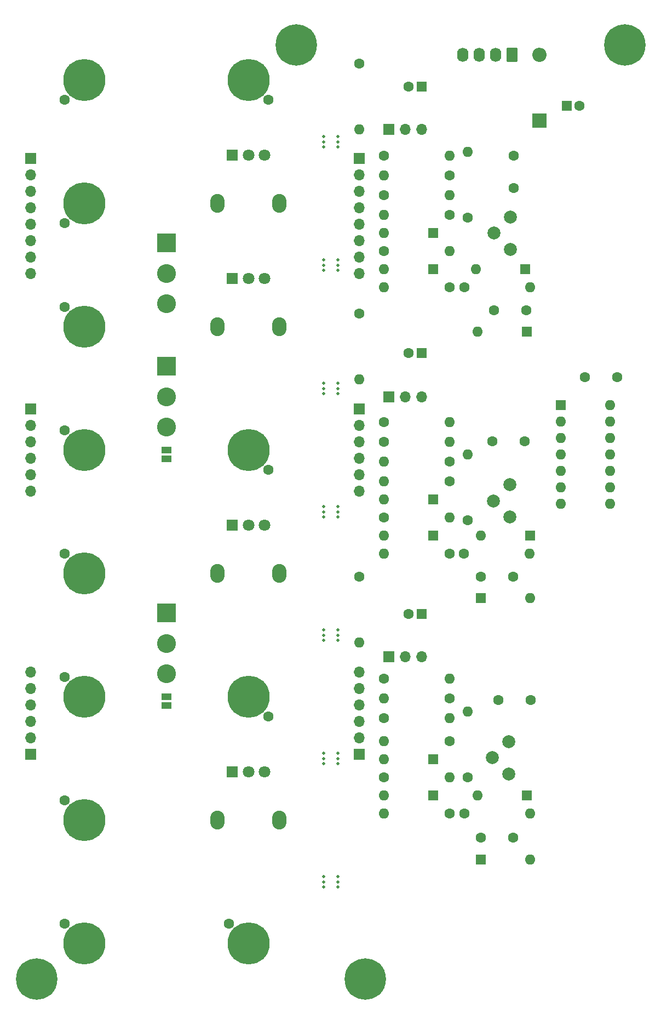
<source format=gts>
%TF.GenerationSoftware,KiCad,Pcbnew,7.0.2-0*%
%TF.CreationDate,2023-10-21T23:35:19+01:00*%
%TF.ProjectId,serge-r5-triple-wave-shaper,73657267-652d-4723-952d-747269706c65,r02*%
%TF.SameCoordinates,Original*%
%TF.FileFunction,Soldermask,Top*%
%TF.FilePolarity,Negative*%
%FSLAX46Y46*%
G04 Gerber Fmt 4.6, Leading zero omitted, Abs format (unit mm)*
G04 Created by KiCad (PCBNEW 7.0.2-0) date 2023-10-21 23:35:19*
%MOMM*%
%LPD*%
G01*
G04 APERTURE LIST*
G04 Aperture macros list*
%AMRoundRect*
0 Rectangle with rounded corners*
0 $1 Rounding radius*
0 $2 $3 $4 $5 $6 $7 $8 $9 X,Y pos of 4 corners*
0 Add a 4 corners polygon primitive as box body*
4,1,4,$2,$3,$4,$5,$6,$7,$8,$9,$2,$3,0*
0 Add four circle primitives for the rounded corners*
1,1,$1+$1,$2,$3*
1,1,$1+$1,$4,$5*
1,1,$1+$1,$6,$7*
1,1,$1+$1,$8,$9*
0 Add four rect primitives between the rounded corners*
20,1,$1+$1,$2,$3,$4,$5,0*
20,1,$1+$1,$4,$5,$6,$7,0*
20,1,$1+$1,$6,$7,$8,$9,0*
20,1,$1+$1,$8,$9,$2,$3,0*%
G04 Aperture macros list end*
%ADD10R,2.200000X2.200000*%
%ADD11O,2.200000X2.200000*%
%ADD12C,1.600000*%
%ADD13O,1.600000X1.600000*%
%ADD14C,2.000000*%
%ADD15C,0.500000*%
%ADD16C,6.400000*%
%ADD17R,1.600000X1.600000*%
%ADD18R,1.700000X1.700000*%
%ADD19O,1.700000X1.700000*%
%ADD20R,1.500000X1.000000*%
%ADD21RoundRect,0.250000X0.620000X0.845000X-0.620000X0.845000X-0.620000X-0.845000X0.620000X-0.845000X0*%
%ADD22O,1.740000X2.190000*%
%ADD23C,6.500000*%
%ADD24O,2.200000X2.900000*%
%ADD25R,1.800000X1.800000*%
%ADD26C,1.800000*%
%ADD27R,2.921000X2.921000*%
%ADD28C,2.921000*%
G04 APERTURE END LIST*
D10*
%TO.C,D13*%
X107188000Y-46228000D03*
D11*
X107188000Y-36068000D03*
%TD*%
D12*
%TO.C,R16*%
X79375000Y-116713000D03*
D13*
X79375000Y-126873000D03*
%TD*%
D14*
%TO.C,RV7*%
X102616000Y-107489000D03*
X100116000Y-104989000D03*
X102616000Y-102489000D03*
%TD*%
D12*
%TO.C,R23*%
X83185000Y-107569000D03*
D13*
X93345000Y-107569000D03*
%TD*%
D15*
%TO.C,mouse-bite-2.54mm-slot*%
X73830000Y-50330000D03*
X76030000Y-50330000D03*
X73830000Y-49530000D03*
X76030000Y-49530000D03*
X73830000Y-48730000D03*
X76030000Y-48730000D03*
%TD*%
D12*
%TO.C,R13*%
X96139000Y-147701000D03*
D13*
X96139000Y-137541000D03*
%TD*%
D16*
%TO.C,H1*%
X120396000Y-34544000D03*
%TD*%
D12*
%TO.C,R1*%
X93345000Y-142113000D03*
D13*
X83185000Y-142113000D03*
%TD*%
D17*
%TO.C,D8*%
X105283000Y-78867000D03*
D13*
X97663000Y-78867000D03*
%TD*%
D12*
%TO.C,R10*%
X83185000Y-57785000D03*
D13*
X93345000Y-57785000D03*
%TD*%
D18*
%TO.C,J20*%
X79375000Y-52070000D03*
D19*
X79375000Y-54610000D03*
X79375000Y-57150000D03*
X79375000Y-59690000D03*
X79375000Y-62230000D03*
X79375000Y-64770000D03*
X79375000Y-67310000D03*
X79375000Y-69850000D03*
%TD*%
D12*
%TO.C,R27*%
X79375000Y-76073000D03*
D13*
X79375000Y-86233000D03*
%TD*%
D12*
%TO.C,R21*%
X83185000Y-92837000D03*
D13*
X93345000Y-92837000D03*
%TD*%
D17*
%TO.C,D2*%
X90805000Y-150495000D03*
D13*
X83185000Y-150495000D03*
%TD*%
D18*
%TO.C,J21*%
X28575000Y-52070000D03*
D19*
X28575000Y-54610000D03*
X28575000Y-57150000D03*
X28575000Y-59690000D03*
X28575000Y-62230000D03*
X28575000Y-64770000D03*
X28575000Y-67310000D03*
X28575000Y-69850000D03*
%TD*%
D16*
%TO.C,H3*%
X29464000Y-178816000D03*
%TD*%
D12*
%TO.C,R11*%
X83185000Y-66421000D03*
D13*
X93345000Y-66421000D03*
%TD*%
D12*
%TO.C,C1*%
X100838000Y-135763000D03*
X105838000Y-135763000D03*
%TD*%
%TO.C,R17*%
X93345000Y-54737000D03*
D13*
X83185000Y-54737000D03*
%TD*%
D12*
%TO.C,R26*%
X93345000Y-98933000D03*
D13*
X83185000Y-98933000D03*
%TD*%
D17*
%TO.C,D3*%
X90805000Y-69215000D03*
D13*
X83185000Y-69215000D03*
%TD*%
D12*
%TO.C,R4*%
X83185000Y-132461000D03*
D13*
X93345000Y-132461000D03*
%TD*%
D12*
%TO.C,R8*%
X83185000Y-147701000D03*
D13*
X93345000Y-147701000D03*
%TD*%
D12*
%TO.C,R15*%
X93345000Y-135509000D03*
D13*
X83185000Y-135509000D03*
%TD*%
D12*
%TO.C,C4*%
X105203000Y-75565000D03*
X100203000Y-75565000D03*
%TD*%
D18*
%TO.C,JP3*%
X83947000Y-88900000D03*
D19*
X86487000Y-88900000D03*
X89027000Y-88900000D03*
%TD*%
D17*
%TO.C,D6*%
X98171000Y-160401000D03*
D13*
X105791000Y-160401000D03*
%TD*%
D18*
%TO.C,J11*%
X28575000Y-144145000D03*
D19*
X28575000Y-141605000D03*
X28575000Y-139065000D03*
X28575000Y-136525000D03*
X28575000Y-133985000D03*
X28575000Y-131445000D03*
%TD*%
D12*
%TO.C,C9*%
X98171000Y-116713000D03*
X103171000Y-116713000D03*
%TD*%
%TO.C,C3*%
X98171000Y-156972000D03*
X103171000Y-156972000D03*
%TD*%
D15*
%TO.C,mouse-bite-2.54mm-slot*%
X73830000Y-126530000D03*
X76030000Y-126530000D03*
X73830000Y-125730000D03*
X76030000Y-125730000D03*
X73830000Y-124930000D03*
X76030000Y-124930000D03*
%TD*%
D20*
%TO.C,JP5*%
X49530000Y-97155000D03*
X49530000Y-98455000D03*
%TD*%
D12*
%TO.C,R22*%
X83185000Y-95885000D03*
D13*
X93345000Y-95885000D03*
%TD*%
D15*
%TO.C,mouse-bite-2.54mm-slot*%
X73830000Y-145580000D03*
X76030000Y-145580000D03*
X73830000Y-144780000D03*
X76030000Y-144780000D03*
X73830000Y-143980000D03*
X76030000Y-143980000D03*
%TD*%
D14*
%TO.C,RV5*%
X102703000Y-66127000D03*
X100203000Y-63627000D03*
X102703000Y-61127000D03*
%TD*%
D17*
%TO.C,C10*%
X111439887Y-43942000D03*
D12*
X113439887Y-43942000D03*
%TD*%
%TO.C,R19*%
X93345000Y-113157000D03*
D13*
X83185000Y-113157000D03*
%TD*%
D17*
%TO.C,D7*%
X105029000Y-69215000D03*
D13*
X97409000Y-69215000D03*
%TD*%
D16*
%TO.C,H4*%
X69596000Y-34544000D03*
%TD*%
D12*
%TO.C,R24*%
X95504000Y-113157000D03*
D13*
X105664000Y-113157000D03*
%TD*%
D12*
%TO.C,R9*%
X83185000Y-51689000D03*
D13*
X93345000Y-51689000D03*
%TD*%
D17*
%TO.C,D4*%
X90805000Y-63627000D03*
D13*
X83185000Y-63627000D03*
%TD*%
D17*
%TO.C,C11*%
X89027000Y-82169000D03*
D12*
X87027000Y-82169000D03*
%TD*%
D17*
%TO.C,D10*%
X90805000Y-104775000D03*
D13*
X83185000Y-104775000D03*
%TD*%
D18*
%TO.C,J17*%
X28575000Y-90805000D03*
D19*
X28575000Y-93345000D03*
X28575000Y-95885000D03*
X28575000Y-98425000D03*
X28575000Y-100965000D03*
X28575000Y-103505000D03*
%TD*%
D18*
%TO.C,JP2*%
X83947000Y-47625000D03*
D19*
X86487000Y-47625000D03*
X89027000Y-47625000D03*
%TD*%
D14*
%TO.C,RV4*%
X102449000Y-147153000D03*
X99949000Y-144653000D03*
X102449000Y-142153000D03*
%TD*%
D12*
%TO.C,R18*%
X79375000Y-37465000D03*
D13*
X79375000Y-47625000D03*
%TD*%
D12*
%TO.C,R7*%
X95631000Y-153289000D03*
D13*
X105791000Y-153289000D03*
%TD*%
D17*
%TO.C,U1*%
X110490000Y-90170000D03*
D13*
X110490000Y-92710000D03*
X110490000Y-95250000D03*
X110490000Y-97790000D03*
X110490000Y-100330000D03*
X110490000Y-102870000D03*
X110490000Y-105410000D03*
X118110000Y-105410000D03*
X118110000Y-102870000D03*
X118110000Y-100330000D03*
X118110000Y-97790000D03*
X118110000Y-95250000D03*
X118110000Y-92710000D03*
X118110000Y-90170000D03*
%TD*%
D12*
%TO.C,R3*%
X83185000Y-138557000D03*
D13*
X93345000Y-138557000D03*
%TD*%
D12*
%TO.C,R2*%
X93345000Y-153289000D03*
D13*
X83185000Y-153289000D03*
%TD*%
D15*
%TO.C,mouse-bite-2.54mm-slot*%
X73830000Y-107480000D03*
X76030000Y-107480000D03*
X73830000Y-106680000D03*
X76030000Y-106680000D03*
X73830000Y-105880000D03*
X76030000Y-105880000D03*
%TD*%
D17*
%TO.C,C5*%
X89027000Y-122428000D03*
D12*
X87027000Y-122428000D03*
%TD*%
D17*
%TO.C,D1*%
X90805000Y-144907000D03*
D13*
X83185000Y-144907000D03*
%TD*%
D12*
%TO.C,R14*%
X96139000Y-61214000D03*
D13*
X96139000Y-51054000D03*
%TD*%
D12*
%TO.C,C8*%
X119253000Y-85852000D03*
X114253000Y-85852000D03*
%TD*%
%TO.C,C7*%
X99949000Y-95758000D03*
X104949000Y-95758000D03*
%TD*%
%TO.C,R25*%
X96139000Y-107950000D03*
D13*
X96139000Y-97790000D03*
%TD*%
D18*
%TO.C,JP1*%
X83947000Y-129032000D03*
D19*
X86487000Y-129032000D03*
X89027000Y-129032000D03*
%TD*%
D12*
%TO.C,R12*%
X95631000Y-72009000D03*
D13*
X105791000Y-72009000D03*
%TD*%
D15*
%TO.C,mouse-bite-2.54mm-slot*%
X73830000Y-164630000D03*
X76030000Y-164630000D03*
X73830000Y-163830000D03*
X76030000Y-163830000D03*
X73830000Y-163030000D03*
X76030000Y-163030000D03*
%TD*%
D17*
%TO.C,D12*%
X98171000Y-120015000D03*
D13*
X105791000Y-120015000D03*
%TD*%
D16*
%TO.C,H2*%
X80264000Y-178816000D03*
%TD*%
D17*
%TO.C,D5*%
X105283000Y-150495000D03*
D13*
X97663000Y-150495000D03*
%TD*%
D15*
%TO.C,mouse-bite-2.54mm-slot*%
X73830000Y-69380000D03*
X76030000Y-69380000D03*
X73830000Y-68580000D03*
X76030000Y-68580000D03*
X73830000Y-67780000D03*
X76030000Y-67780000D03*
%TD*%
D21*
%TO.C,J9*%
X102997000Y-36068000D03*
D22*
X100457000Y-36068000D03*
X97917000Y-36068000D03*
X95377000Y-36068000D03*
%TD*%
D12*
%TO.C,R5*%
X93345000Y-72009000D03*
D13*
X83185000Y-72009000D03*
%TD*%
D17*
%TO.C,C6*%
X89027000Y-41021000D03*
D12*
X87027000Y-41021000D03*
%TD*%
%TO.C,C2*%
X103251000Y-51689000D03*
X103251000Y-56689000D03*
%TD*%
%TO.C,R20*%
X93345000Y-101981000D03*
D13*
X83185000Y-101981000D03*
%TD*%
D15*
%TO.C,mouse-bite-2.54mm-slot*%
X73830000Y-88430000D03*
X76030000Y-88430000D03*
X73830000Y-87630000D03*
X76030000Y-87630000D03*
X73830000Y-86830000D03*
X76030000Y-86830000D03*
%TD*%
D20*
%TO.C,JP4*%
X49530000Y-135255000D03*
X49530000Y-136555000D03*
%TD*%
D17*
%TO.C,D11*%
X105791000Y-110363000D03*
D13*
X98171000Y-110363000D03*
%TD*%
D12*
%TO.C,R6*%
X93345000Y-60833000D03*
D13*
X83185000Y-60833000D03*
%TD*%
D17*
%TO.C,D9*%
X90805000Y-110363000D03*
D13*
X83185000Y-110363000D03*
%TD*%
D23*
%TO.C,J6*%
X36830000Y-78105000D03*
D12*
X33782000Y-75057000D03*
%TD*%
D18*
%TO.C,J12*%
X79375000Y-144145000D03*
D19*
X79375000Y-141605000D03*
X79375000Y-139065000D03*
X79375000Y-136525000D03*
X79375000Y-133985000D03*
X79375000Y-131445000D03*
%TD*%
D18*
%TO.C,J18*%
X79375000Y-90805000D03*
D19*
X79375000Y-93345000D03*
X79375000Y-95885000D03*
X79375000Y-98425000D03*
X79375000Y-100965000D03*
X79375000Y-103505000D03*
%TD*%
D24*
%TO.C,RV6*%
X57430000Y-116205000D03*
X67030000Y-116205000D03*
D25*
X59730000Y-108705000D03*
D26*
X62230000Y-108705000D03*
X64730000Y-108705000D03*
%TD*%
D23*
%TO.C,J16*%
X62230000Y-97155000D03*
D12*
X65278000Y-100203000D03*
%TD*%
D23*
%TO.C,J3*%
X62230000Y-173355000D03*
D12*
X59182000Y-170307000D03*
%TD*%
D27*
%TO.C,SW2*%
X49530000Y-84201000D03*
D28*
X49530000Y-88900000D03*
X49530000Y-93599000D03*
%TD*%
D27*
%TO.C,SW3*%
X49530000Y-122301000D03*
D28*
X49530000Y-127000000D03*
X49530000Y-131699000D03*
%TD*%
D23*
%TO.C,J4*%
X62230000Y-135255000D03*
D12*
X65278000Y-138303000D03*
%TD*%
D23*
%TO.C,J15*%
X36830000Y-116205000D03*
D12*
X33782000Y-113157000D03*
%TD*%
D23*
%TO.C,J1*%
X36830000Y-154305000D03*
D12*
X33782000Y-151257000D03*
%TD*%
D23*
%TO.C,J5*%
X36830000Y-40005000D03*
D12*
X33782000Y-43053000D03*
%TD*%
D23*
%TO.C,J13*%
X36830000Y-97155000D03*
D12*
X33782000Y-94107000D03*
%TD*%
D23*
%TO.C,J7*%
X36830000Y-59055000D03*
D12*
X33782000Y-62103000D03*
%TD*%
D24*
%TO.C,RV2*%
X57430000Y-78105000D03*
X67030000Y-78105000D03*
D25*
X59730000Y-70605000D03*
D26*
X62230000Y-70605000D03*
X64730000Y-70605000D03*
%TD*%
D27*
%TO.C,SW1*%
X49530000Y-65151000D03*
D28*
X49530000Y-69850000D03*
X49530000Y-74549000D03*
%TD*%
D23*
%TO.C,J14*%
X36830000Y-135255000D03*
D12*
X33782000Y-132207000D03*
%TD*%
D23*
%TO.C,J8*%
X62230000Y-40005000D03*
D12*
X65278000Y-43053000D03*
%TD*%
D24*
%TO.C,RV1*%
X57430000Y-59055000D03*
X67030000Y-59055000D03*
D25*
X59730000Y-51555000D03*
D26*
X62230000Y-51555000D03*
X64730000Y-51555000D03*
%TD*%
D24*
%TO.C,RV3*%
X57430000Y-154305000D03*
X67030000Y-154305000D03*
D25*
X59730000Y-146805000D03*
D26*
X62230000Y-146805000D03*
X64730000Y-146805000D03*
%TD*%
D23*
%TO.C,J2*%
X36830000Y-173355000D03*
D12*
X33782000Y-170307000D03*
%TD*%
M02*

</source>
